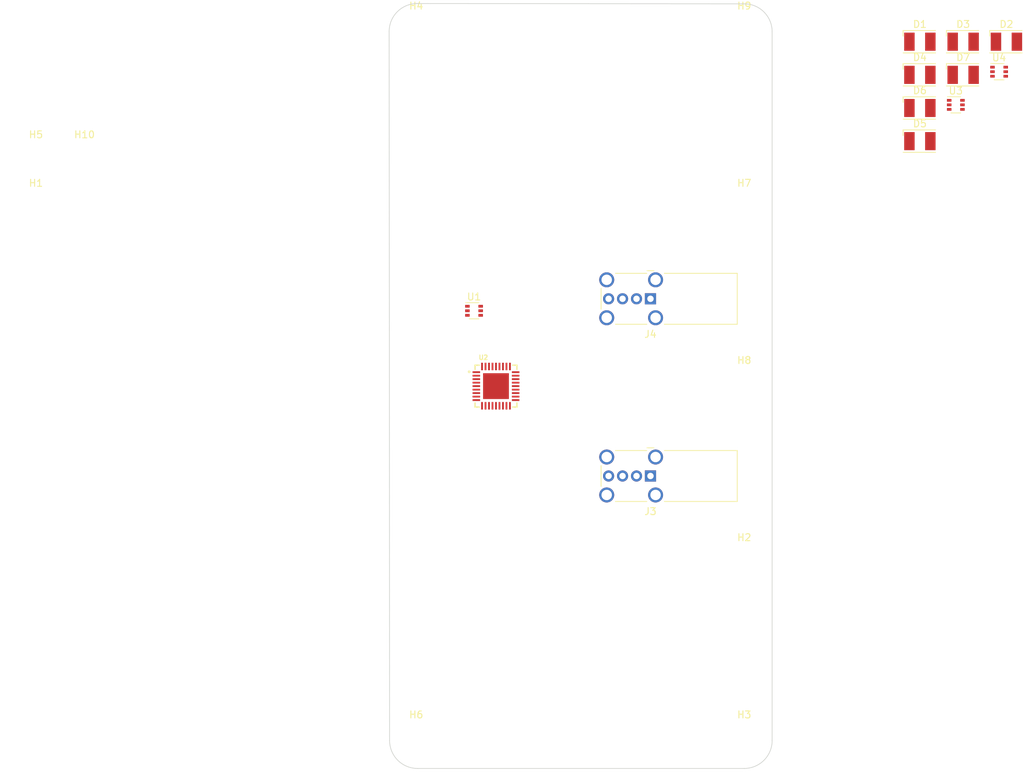
<source format=kicad_pcb>
(kicad_pcb (version 20221018) (generator pcbnew)
  (layers (0 "F.Cu" signal) (31 "B.Cu" signal) (34 "B.Paste" user) (35 "F.Paste" user) (36 "B.SilkS" user "B.Silkscreen") (37 "F.SilkS" user "F.Silkscreen") (38 "B.Mask" user) (39 "F.Mask" user) (44 "Edge.Cuts" user))
  (net 0 "")
  (net 4 "Net-(J1-Pad3)")
  (net 6 "Net-(J1-Pad2)")
  (net 11 "Net-(U2-Pad10)")
  (net 16 "Net-(U2-Pad15)")
  (footprint "MountingHole:MountingHole_2.7mm_M2.5" (layer "F.Cu") (at 127 127)
    (fp_text reference "H3" (at 0 -3.7) (layer "F.SilkS"))
    (fp_text value "MountingHole")
    (pad "" np_thru_hole circle (at 0 0) (size 2.7 2.7) (drill 2.7) (layers "*.Cu" "*.Mask"))
  )
  (footprint "MountingHole:MountingHole_2.7mm_M2.5" (layer "F.Cu") (at 127 25.4)
    (fp_text reference "H9" (at 0 -3.7) (layer "F.SilkS"))
    (fp_text value "MountingHole")
    (pad "" np_thru_hole circle (at 0 0) (size 2.7 2.7) (drill 2.7) (layers "*.Cu" "*.Mask"))
  )
  (footprint "MountingHole:MountingHole_2.7mm_M2.5" (layer "F.Cu") (at 32.49 43.85)
    (fp_text reference "H10" (at 0 -3.7) (layer "F.SilkS"))
    (fp_text value "MountingHole")
    (pad "" np_thru_hole circle (at 0 0) (size 2.7 2.7) (drill 2.7) (layers "*.Cu" "*.Mask"))
  )
  (footprint "MountingHole:MountingHole_2.7mm_M2.5" (layer "F.Cu") (at 127 76.2)
    (fp_text reference "H8" (at 0 -3.7) (layer "F.SilkS"))
    (fp_text value "MountingHole")
    (pad "" np_thru_hole circle (at 0 0) (size 2.7 2.7) (drill 2.7) (layers "*.Cu" "*.Mask"))
  )
  (footprint "LED_SMD:LED_PLCC-2" (layer "F.Cu") (at 158.36 31.58)
    (fp_text reference "D7" (at 0 -2.5) (layer "F.SilkS"))
    (fp_text value "LED")
    (fp_line (start -2.4 -1.6) (end -2.4 -0.8) (stroke (width 0.12)) (layer "F.SilkS"))
    (fp_line (start 2.25 -1.6) (end -2.4 -1.6) (stroke (width 0.12)) (layer "F.SilkS"))
    (fp_line (start 2.25 1.6) (end -2.4 1.6) (stroke (width 0.12)) (layer "F.SilkS"))
    (pad "1" smd rect (at -1.5 0) (size 1.5 2.6) (layers "F.Cu" "F.Paste" "F.Mask"))
    (pad "2" smd rect (at 1.5 0) (size 1.5 2.6) (layers "F.Cu" "F.Paste" "F.Mask"))
  )
  (footprint "Package_TO_SOT_SMD:SOT-363_SC-70-6" (layer "F.Cu") (at 157.31 35.88)
    (fp_text reference "U3" (at 0 -2) (layer "F.SilkS"))
    (fp_text value "NUP4202")
    (fp_line (start -0.7 1.16) (end 0.7 1.16) (stroke (width 0.12)) (layer "F.SilkS"))
    (fp_line (start 0.7 -1.16) (end -1.2 -1.16) (stroke (width 0.12)) (layer "F.SilkS"))
    (pad "1" smd rect (at -0.95 -0.65) (size 0.65 0.4) (layers "F.Cu" "F.Paste" "F.Mask"))
    (pad "2" smd rect (at -0.95 0) (size 0.65 0.4) (layers "F.Cu" "F.Paste" "F.Mask"))
    (pad "3" smd rect (at -0.95 0.65) (size 0.65 0.4) (layers "F.Cu" "F.Paste" "F.Mask"))
    (pad "4" smd rect (at 0.95 0.65) (size 0.65 0.4) (layers "F.Cu" "F.Paste" "F.Mask"))
    (pad "5" smd rect (at 0.95 0) (size 0.65 0.4) (layers "F.Cu" "F.Paste" "F.Mask"))
    (pad "6" smd rect (at 0.95 -0.65) (size 0.65 0.4) (layers "F.Cu" "F.Paste" "F.Mask"))
  )
  (footprint "Connector_USB:USB_A_Wuerth_614004134726_Horizontal" (layer "F.Cu") (at 113.57 89.08 180)
    (fp_text reference "J3" (at 0 -5.08) (layer "F.SilkS"))
    (fp_text value "USB_A")
    (fp_line (start -12.43 -3.65) (end -12.43 3.65) (stroke (width 0.12)) (layer "F.SilkS"))
    (fp_line (start -12.43 -3.65) (end -1.98 -3.65) (stroke (width 0.12)) (layer "F.SilkS"))
    (fp_line (start -12.43 3.65) (end -1.98 3.65) (stroke (width 0.12)) (layer "F.SilkS"))
    (fp_line (start -0.5 4.03) (end 0.5 4.03) (stroke (width 0.12)) (layer "F.SilkS"))
    (fp_line (start 0.52 -3.65) (end 5.02 -3.65) (stroke (width 0.12)) (layer "F.SilkS"))
    (fp_line (start 0.52 3.65) (end 5.02 3.65) (stroke (width 0.12)) (layer "F.SilkS"))
    (fp_line (start 7.07 -1.5) (end 7.07 1.5) (stroke (width 0.12)) (layer "F.SilkS"))
    (pad "1" thru_hole rect (at 0 0 180) (size 1.6 1.6) (drill 0.92) (layers "*.Cu" "*.Mask"))
    (pad "2" thru_hole circle (at 2 0 180) (size 1.6 1.6) (drill 0.92) (layers "*.Cu" "*.Mask"))
    (pad "3" thru_hole circle (at 4 0 180) (size 1.6 1.6) (drill 0.92) (layers "*.Cu" "*.Mask"))
    (pad "4" thru_hole circle (at 6 0 180) (size 1.6 1.6) (drill 0.92) (layers "*.Cu" "*.Mask"))
    (pad "5" thru_hole circle (at -0.73 -2.72 180) (size 2.15 2.15) (drill 1.5) (layers "*.Cu" "*.Mask"))
    (pad "5" thru_hole circle (at -0.73 2.72 180) (size 2.15 2.15) (drill 1.5) (layers "*.Cu" "*.Mask"))
    (pad "5" thru_hole circle (at 6.27 -2.72 180) (size 2.15 2.15) (drill 1.5) (layers "*.Cu" "*.Mask"))
    (pad "5" thru_hole circle (at 6.27 2.72 180) (size 2.15 2.15) (drill 1.5) (layers "*.Cu" "*.Mask"))
  )
  (footprint "Package_TO_SOT_SMD:SOT-363_SC-70-6" (layer "F.Cu") (at 88.296 65.398)
    (fp_text reference "U1" (at 0 -2) (layer "F.SilkS"))
    (fp_text value "NUP4202")
    (fp_line (start -0.7 1.16) (end 0.7 1.16) (stroke (width 0.12)) (layer "F.SilkS"))
    (fp_line (start 0.7 -1.16) (end -1.2 -1.16) (stroke (width 0.12)) (layer "F.SilkS"))
    (pad "1" smd rect (at -0.95 -0.65) (size 0.65 0.4) (layers "F.Cu" "F.Paste" "F.Mask"))
    (pad "2" smd rect (at -0.95 0) (size 0.65 0.4) (layers "F.Cu" "F.Paste" "F.Mask"))
    (pad "3" smd rect (at -0.95 0.65) (size 0.65 0.4) (layers "F.Cu" "F.Paste" "F.Mask"))
    (pad "4" smd rect (at 0.95 0.65) (size 0.65 0.4) (layers "F.Cu" "F.Paste" "F.Mask") (net 4 "Net-(J1-Pad3)"))
    (pad "5" smd rect (at 0.95 0) (size 0.65 0.4) (layers "F.Cu" "F.Paste" "F.Mask"))
    (pad "6" smd rect (at 0.95 -0.65) (size 0.65 0.4) (layers "F.Cu" "F.Paste" "F.Mask") (net 6 "Net-(J1-Pad2)"))
  )
  (footprint "LED_SMD:LED_PLCC-2" (layer "F.Cu") (at 152.16 41.08)
    (fp_text reference "D5" (at 0 -2.5) (layer "F.SilkS"))
    (fp_text value "LED")
    (fp_line (start -2.4 -1.6) (end -2.4 -0.8) (stroke (width 0.12)) (layer "F.SilkS"))
    (fp_line (start 2.25 -1.6) (end -2.4 -1.6) (stroke (width 0.12)) (layer "F.SilkS"))
    (fp_line (start 2.25 1.6) (end -2.4 1.6) (stroke (width 0.12)) (layer "F.SilkS"))
    (pad "1" smd rect (at -1.5 0) (size 1.5 2.6) (layers "F.Cu" "F.Paste" "F.Mask"))
    (pad "2" smd rect (at 1.5 0) (size 1.5 2.6) (layers "F.Cu" "F.Paste" "F.Mask"))
  )
  (footprint "LED_SMD:LED_PLCC-2" (layer "F.Cu") (at 152.16 31.58)
    (fp_text reference "D4" (at 0 -2.5) (layer "F.SilkS"))
    (fp_text value "LED")
    (fp_line (start -2.4 -1.6) (end -2.4 -0.8) (stroke (width 0.12)) (layer "F.SilkS"))
    (fp_line (start 2.25 -1.6) (end -2.4 -1.6) (stroke (width 0.12)) (layer "F.SilkS"))
    (fp_line (start 2.25 1.6) (end -2.4 1.6) (stroke (width 0.12)) (layer "F.SilkS"))
    (pad "1" smd rect (at -1.5 0) (size 1.5 2.6) (layers "F.Cu" "F.Paste" "F.Mask"))
    (pad "2" smd rect (at 1.5 0) (size 1.5 2.6) (layers "F.Cu" "F.Paste" "F.Mask"))
  )
  (footprint "MountingHole:MountingHole_2.7mm_M2.5" (layer "F.Cu") (at 80.01 127)
    (fp_text reference "H6" (at 0 -3.7) (layer "F.SilkS"))
    (fp_text value "MountingHole")
    (pad "" np_thru_hole circle (at 0 0) (size 2.7 2.7) (drill 2.7) (layers "*.Cu" "*.Mask"))
  )
  (footprint "MountingHole:MountingHole_2.7mm_M2.5" (layer "F.Cu") (at 25.54 50.8)
    (fp_text reference "H1" (at 0 -3.7) (layer "F.SilkS"))
    (fp_text value "MountingHole")
    (pad "" np_thru_hole circle (at 0 0) (size 2.7 2.7) (drill 2.7) (layers "*.Cu" "*.Mask"))
  )
  (footprint "LED_SMD:LED_PLCC-2" (layer "F.Cu") (at 158.36 26.83)
    (fp_text reference "D3" (at 0 -2.5) (layer "F.SilkS"))
    (fp_text value "LED")
    (fp_line (start -2.4 -1.6) (end -2.4 -0.8) (stroke (width 0.12)) (layer "F.SilkS"))
    (fp_line (start 2.25 -1.6) (end -2.4 -1.6) (stroke (width 0.12)) (layer "F.SilkS"))
    (fp_line (start 2.25 1.6) (end -2.4 1.6) (stroke (width 0.12)) (layer "F.SilkS"))
    (pad "1" smd rect (at -1.5 0) (size 1.5 2.6) (layers "F.Cu" "F.Paste" "F.Mask"))
    (pad "2" smd rect (at 1.5 0) (size 1.5 2.6) (layers "F.Cu" "F.Paste" "F.Mask"))
  )
  (footprint "MountingHole:MountingHole_2.7mm_M2.5" (layer "F.Cu") (at 25.54 43.85)
    (fp_text reference "H5" (at 0 -3.7) (layer "F.SilkS"))
    (fp_text value "MountingHole")
    (pad "" np_thru_hole circle (at 0 0) (size 2.7 2.7) (drill 2.7) (layers "*.Cu" "*.Mask"))
  )
  (footprint "MyLib:QFN50P600X600X100-37N" (layer "F.Cu") (at 91.44 76.2)
    (fp_text reference "U2" (at -1.80824 -4.106628) (layer "F.SilkS") (effects (font (size 0.651619 0.651619))))
    (fp_text value "USB2512B-I/M2")
    (fp_line (start -3 -3) (end -2.4 -3) (stroke (width 0.2)) (layer "F.SilkS"))
    (fp_line (start -3 -2.4) (end -3 -3) (stroke (width 0.2)) (layer "F.SilkS"))
    (fp_line (start -3 2.4) (end -3 3) (stroke (width 0.2)) (layer "F.SilkS"))
    (fp_line (start -3 3) (end -2.4 3) (stroke (width 0.2)) (layer "F.SilkS"))
    (fp_line (start 2.4 -3) (end 3 -3) (stroke (width 0.2)) (layer "F.SilkS"))
    (fp_line (start 2.4 3) (end 3 3) (stroke (width 0.2)) (layer "F.SilkS"))
    (fp_line (start 3 -3) (end 3 -2.4) (stroke (width 0.2)) (layer "F.SilkS"))
    (fp_line (start 3 3) (end 3 2.4) (stroke (width 0.2)) (layer "F.SilkS"))
    (fp_circle (center -3.843 -2.058) (end -3.716 -2.058) (stroke (width 0.127)) (fill none) (layer "F.SilkS"))
    (pad "1" smd rect (at -2.815 -2 90) (size 0.26 1.08) (layers "F.Cu" "F.Paste" "F.Mask"))
    (pad "2" smd rect (at -2.815 -1.5 90) (size 0.26 1.08) (layers "F.Cu" "F.Paste" "F.Mask"))
    (pad "3" smd rect (at -2.815 -1 90) (size 0.26 1.08) (layers "F.Cu" "F.Paste" "F.Mask"))
    (pad "4" smd rect (at -2.815 -0.5 90) (size 0.26 1.08) (layers "F.Cu" "F.Paste" "F.Mask"))
    (pad "5" smd rect (at -2.815 0 90) (size 0.26 1.08) (layers "F.Cu" "F.Paste" "F.Mask") (net 11 "Net-(U2-Pad10)"))
    (pad "6" smd rect (at -2.815 0.5 90) (size 0.26 1.08) (layers "F.Cu" "F.Paste" "F.Mask"))
    (pad "7" smd rect (at -2.815 1 90) (size 0.26 1.08) (layers "F.Cu" "F.Paste" "F.Mask"))
    (pad "8" smd rect (at -2.815 1.5 90) (size 0.26 1.08) (layers "F.Cu" "F.Paste" "F.Mask"))
    (pad "9" smd rect (at -2.815 2 90) (size 0.26 1.08) (layers "F.Cu" "F.Paste" "F.Mask"))
    (pad "10" smd rect (at -2 2.815 180) (size 0.26 1.08) (layers "F.Cu" "F.Paste" "F.Mask") (net 11 "Net-(U2-Pad10)"))
    (pad "11" smd rect (at -1.5 2.815 180) (size 0.26 1.08) (layers "F.Cu" "F.Paste" "F.Mask"))
    (pad "12" smd rect (at -1 2.815 180) (size 0.26 1.08) (layers "F.Cu" "F.Paste" "F.Mask"))
    (pad "13" smd rect (at -0.5 2.815 180) (size 0.26 1.08) (layers "F.Cu" "F.Paste" "F.Mask"))
    (pad "14" smd rect (at 0 2.815 180) (size 0.26 1.08) (layers "F.Cu" "F.Paste" "F.Mask"))
    (pad "15" smd rect (at 0.5 2.815 180) (size 0.26 1.08) (layers "F.Cu" "F.Paste" "F.Mask") (net 16 "Net-(U2-Pad15)"))
    (pad "16" smd rect (at 1 2.815 180) (size 0.26 1.08) (layers "F.Cu" "F.Paste" "F.Mask"))
    (pad "17" smd rect (at 1.5 2.815 180) (size 0.26 1.08) (layers "F.Cu" "F.Paste" "F.Mask"))
    (pad "18" smd rect (at 2 2.815 180) (size 0.26 1.08) (layers "F.Cu" "F.Paste" "F.Mask"))
    (pad "19" smd rect (at 2.815 2 270) (size 0.26 1.08) (layers "F.Cu" "F.Paste" "F.Mask"))
    (pad "20" smd rect (at 2.815 1.5 270) (size 0.26 1.08) (layers "F.Cu" "F.Paste" "F.Mask"))
    (pad "21" smd rect (at 2.815 1 270) (size 0.26 1.08) (layers "F.Cu" "F.Paste" "F.Mask"))
    (pad "22" smd rect (at 2.815 0.5 270) (size 0.26 1.08) (layers "F.Cu" "F.Paste" "F.Mask"))
    (pad "23" smd rect (at 2.815 0 270) (size 0.26 1.08) (layers "F.Cu" "F.Paste" "F.Mask") (net 16 "Net-(U2-Pad15)"))
    (pad "24" smd rect (at 2.815 -0.5 270) (size 0.26 1.08) (layers "F.Cu" "F.Paste" "F.Mask"))
    (pad "25" smd rect (at 2.815 -1 270) (size 0.26 1.08) (layers "F.Cu" "F.Paste" "F.Mask"))
    (pad "26" smd rect (at 2.815 -1.5 270) (size 0.26 1.08) (layers "F.Cu" "F.Paste" "F.Mask"))
    (pad "27" smd rect (at 2.815 -2 270) (size 0.26 1.08) (layers "F.Cu" "F.Paste" "F.Mask"))
    (pad "28" smd rect (at 2 -2.815) (size 0.26 1.08) (layers "F.Cu" "F.Paste" "F.Mask"))
    (pad "29" smd rect (at 1.5 -2.815) (size 0.26 1.08) (layers "F.Cu" "F.Paste" "F.Mask") (net 11 "Net-(U2-Pad10)"))
    (pad "30" smd rect (at 1 -2.815) (size 0.26 1.08) (layers "F.Cu" "F.Paste" "F.Mask") (net 6 "Net-(J1-Pad2)"))
    (pad "31" smd rect (at 0.5 -2.815) (size 0.26 1.08) (layers "F.Cu" "F.Paste" "F.Mask") (net 4 "Net-(J1-Pad3)"))
    (pad "32" smd rect (at 0 -2.815) (size 0.26 1.08) (layers "F.Cu" "F.Paste" "F.Mask"))
    (pad "33" smd rect (at -0.5 -2.815) (size 0.26 1.08) (layers "F.Cu" "F.Paste" "F.Mask"))
    (pad "34" smd rect (at -1 -2.815) (size 0.26 1.08) (layers "F.Cu" "F.Paste" "F.Mask"))
    (pad "35" smd rect (at -1.5 -2.815) (size 0.26 1.08) (layers "F.Cu" "F.Paste" "F.Mask"))
    (pad "36" smd rect (at -2 -2.815) (size 0.26 1.08) (layers "F.Cu" "F.Paste" "F.Mask") (net 11 "Net-(U2-Pad10)"))
    (pad "37" smd rect (at 0 0) (size 3.7 3.7) (layers "F.Cu" "F.Mask"))
  )
  (footprint "MountingHole:MountingHole_2.7mm_M2.5" (layer "F.Cu") (at 127 50.8)
    (fp_text reference "H7" (at 0 -3.7) (layer "F.SilkS"))
    (fp_text value "MountingHole")
    (pad "" np_thru_hole circle (at 0 0) (size 2.7 2.7) (drill 2.7) (layers "*.Cu" "*.Mask"))
  )
  (footprint "Connector_USB:USB_A_Wuerth_614004134726_Horizontal" (layer "F.Cu") (at 113.57 63.68 180)
    (fp_text reference "J4" (at 0 -5.08) (layer "F.SilkS"))
    (fp_text value "USB_A")
    (fp_line (start -12.43 -3.65) (end -12.43 3.65) (stroke (width 0.12)) (layer "F.SilkS"))
    (fp_line (start -12.43 -3.65) (end -1.98 -3.65) (stroke (width 0.12)) (layer "F.SilkS"))
    (fp_line (start -12.43 3.65) (end -1.98 3.65) (stroke (width 0.12)) (layer "F.SilkS"))
    (fp_line (start -0.5 4.03) (end 0.5 4.03) (stroke (width 0.12)) (layer "F.SilkS"))
    (fp_line (start 0.52 -3.65) (end 5.02 -3.65) (stroke (width 0.12)) (layer "F.SilkS"))
    (fp_line (start 0.52 3.65) (end 5.02 3.65) (stroke (width 0.12)) (layer "F.SilkS"))
    (fp_line (start 7.07 -1.5) (end 7.07 1.5) (stroke (width 0.12)) (layer "F.SilkS"))
    (pad "1" thru_hole rect (at 0 0 180) (size 1.6 1.6) (drill 0.92) (layers "*.Cu" "*.Mask"))
    (pad "2" thru_hole circle (at 2 0 180) (size 1.6 1.6) (drill 0.92) (layers "*.Cu" "*.Mask"))
    (pad "3" thru_hole circle (at 4 0 180) (size 1.6 1.6) (drill 0.92) (layers "*.Cu" "*.Mask"))
    (pad "4" thru_hole circle (at 6 0 180) (size 1.6 1.6) (drill 0.92) (layers "*.Cu" "*.Mask"))
    (pad "5" thru_hole circle (at -0.73 -2.72 180) (size 2.15 2.15) (drill 1.5) (layers "*.Cu" "*.Mask"))
    (pad "5" thru_hole circle (at -0.73 2.72 180) (size 2.15 2.15) (drill 1.5) (layers "*.Cu" "*.Mask"))
    (pad "5" thru_hole circle (at 6.27 -2.72 180) (size 2.15 2.15) (drill 1.5) (layers "*.Cu" "*.Mask"))
    (pad "5" thru_hole circle (at 6.27 2.72 180) (size 2.15 2.15) (drill 1.5) (layers "*.Cu" "*.Mask"))
  )
  (footprint "MountingHole:MountingHole_2.7mm_M2.5" (layer "F.Cu") (at 80.01 25.4)
    (fp_text reference "H4" (at 0 -3.7) (layer "F.SilkS"))
    (fp_text value "MountingHole")
    (pad "" np_thru_hole circle (at 0 0) (size 2.7 2.7) (drill 2.7) (layers "*.Cu" "*.Mask"))
  )
  (footprint "Package_TO_SOT_SMD:SOT-363_SC-70-6" (layer "F.Cu") (at 163.51 31.13)
    (fp_text reference "U4" (at 0 -2) (layer "F.SilkS"))
    (fp_text value "NUP4202")
    (fp_line (start -0.7 1.16) (end 0.7 1.16) (stroke (width 0.12)) (layer "F.SilkS"))
    (fp_line (start 0.7 -1.16) (end -1.2 -1.16) (stroke (width 0.12)) (layer "F.SilkS"))
    (pad "1" smd rect (at -0.95 -0.65) (size 0.65 0.4) (layers "F.Cu" "F.Paste" "F.Mask"))
    (pad "2" smd rect (at -0.95 0) (size 0.65 0.4) (layers "F.Cu" "F.Paste" "F.Mask"))
    (pad "3" smd rect (at -0.95 0.65) (size 0.65 0.4) (layers "F.Cu" "F.Paste" "F.Mask"))
    (pad "4" smd rect (at 0.95 0.65) (size 0.65 0.4) (layers "F.Cu" "F.Paste" "F.Mask"))
    (pad "5" smd rect (at 0.95 0) (size 0.65 0.4) (layers "F.Cu" "F.Paste" "F.Mask"))
    (pad "6" smd rect (at 0.95 -0.65) (size 0.65 0.4) (layers "F.Cu" "F.Paste" "F.Mask"))
  )
  (footprint "LED_SMD:LED_PLCC-2" (layer "F.Cu") (at 152.16 26.83)
    (fp_text reference "D1" (at 0 -2.5) (layer "F.SilkS"))
    (fp_text value "LED")
    (fp_line (start -2.4 -1.6) (end -2.4 -0.8) (stroke (width 0.12)) (layer "F.SilkS"))
    (fp_line (start 2.25 -1.6) (end -2.4 -1.6) (stroke (width 0.12)) (layer "F.SilkS"))
    (fp_line (start 2.25 1.6) (end -2.4 1.6) (stroke (width 0.12)) (layer "F.SilkS"))
    (pad "1" smd rect (at -1.5 0) (size 1.5 2.6) (layers "F.Cu" "F.Paste" "F.Mask"))
    (pad "2" smd rect (at 1.5 0) (size 1.5 2.6) (layers "F.Cu" "F.Paste" "F.Mask"))
  )
  (footprint "LED_SMD:LED_PLCC-2" (layer "F.Cu") (at 164.56 26.83)
    (fp_text reference "D2" (at 0 -2.5) (layer "F.SilkS"))
    (fp_text value "LED")
    (fp_line (start -2.4 -1.6) (end -2.4 -0.8) (stroke (width 0.12)) (layer "F.SilkS"))
    (fp_line (start 2.25 -1.6) (end -2.4 -1.6) (stroke (width 0.12)) (layer "F.SilkS"))
    (fp_line (start 2.25 1.6) (end -2.4 1.6) (stroke (width 0.12)) (layer "F.SilkS"))
    (pad "1" smd rect (at -1.5 0) (size 1.5 2.6) (layers "F.Cu" "F.Paste" "F.Mask"))
    (pad "2" smd rect (at 1.5 0) (size 1.5 2.6) (layers "F.Cu" "F.Paste" "F.Mask"))
  )
  (footprint "MountingHole:MountingHole_2.7mm_M2.5" (layer "F.Cu") (at 127 101.6)
    (fp_text reference "H2" (at 0 -3.7) (layer "F.SilkS"))
    (fp_text value "MountingHole")
    (pad "" np_thru_hole circle (at 0 0) (size 2.7 2.7) (drill 2.7) (layers "*.Cu" "*.Mask"))
  )
  (footprint "LED_SMD:LED_PLCC-2" (layer "F.Cu") (at 152.16 36.33)
    (fp_text reference "D6" (at 0 -2.5) (layer "F.SilkS"))
    (fp_text value "LED")
    (fp_line (start -2.4 -1.6) (end -2.4 -0.8) (stroke (width 0.12)) (layer "F.SilkS"))
    (fp_line (start 2.25 -1.6) (end -2.4 -1.6) (stroke (width 0.12)) (layer "F.SilkS"))
    (fp_line (start 2.25 1.6) (end -2.4 1.6) (stroke (width 0.12)) (layer "F.SilkS"))
    (pad "1" smd rect (at -1.5 0) (size 1.5 2.6) (layers "F.Cu" "F.Paste" "F.Mask"))
    (pad "2" smd rect (at 1.5 0) (size 1.5 2.6) (layers "F.Cu" "F.Paste" "F.Mask"))
  )
  (gr_arc (start 80.2 131) (mid 77.371573 129.828427) (end 76.2 127) (stroke (width 0.1)) (layer "Edge.Cuts"))
  (gr_line (start 76.137 25.3614) (end 76.2 127) (stroke (width 0.1)) (layer "Edge.Cuts"))
  (gr_arc (start 76.137 25.3614) (mid 77.308573 22.532973) (end 80.137 21.3614) (stroke (width 0.1)) (layer "Edge.Cuts"))
  (gr_arc (start 127 21.4) (mid 129.828427 22.571573) (end 131 25.4) (stroke (width 0.1)) (layer "Edge.Cuts"))
  (gr_line (start 80.137 21.3614) (end 127 21.4) (stroke (width 0.1)) (layer "Edge.Cuts"))
  (gr_line (start 131 127) (end 131 25.4) (stroke (width 0.1)) (layer "Edge.Cuts"))
  (gr_arc (start 131 127) (mid 129.828427 129.828427) (end 127 131) (stroke (width 0.1)) (layer "Edge.Cuts"))
  (gr_line (start 127 131) (end 80.2 131) (stroke (width 0.1)) (layer "Edge.Cuts"))
)
</source>
